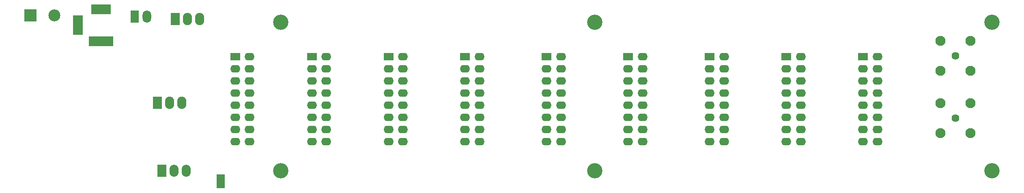
<source format=gbs>
G04 #@! TF.FileFunction,Soldermask,Bot*
%FSLAX46Y46*%
G04 Gerber Fmt 4.6, Leading zero omitted, Abs format (unit mm)*
G04 Created by KiCad (PCBNEW 4.0.2-stable) date 2019-11-04 2:31:50 PM*
%MOMM*%
G01*
G04 APERTURE LIST*
%ADD10C,0.200000*%
%ADD11C,3.200000*%
%ADD12R,2.500000X2.500000*%
%ADD13C,2.500000*%
%ADD14R,1.700000X2.900000*%
%ADD15O,2.100000X1.600000*%
%ADD16R,2.100000X1.600000*%
%ADD17R,4.100000X2.100000*%
%ADD18R,5.100000X2.100000*%
%ADD19R,2.100000X4.100000*%
%ADD20R,1.800000X2.600000*%
%ADD21O,1.800000X2.600000*%
%ADD22C,1.624000*%
%ADD23C,2.100000*%
%ADD24R,1.900000X2.600000*%
%ADD25O,1.900000X2.600000*%
%ADD26R,1.900000X2.500000*%
%ADD27O,1.900000X2.500000*%
G04 APERTURE END LIST*
D10*
D11*
X84000000Y-80960000D03*
X84000000Y-112000000D03*
D12*
X31750000Y-79500000D03*
D13*
X36750000Y-79500000D03*
D11*
X149500000Y-112000000D03*
X149500000Y-80960000D03*
X232410000Y-80960000D03*
X232410000Y-112000000D03*
D14*
X71500000Y-114250000D03*
D15*
X192520000Y-105890000D03*
X189480000Y-105890000D03*
X189480000Y-103350000D03*
X192520000Y-103350000D03*
X192520000Y-100810000D03*
X189480000Y-100810000D03*
X189480000Y-98270000D03*
X192520000Y-98270000D03*
X192520000Y-95730000D03*
X189480000Y-95730000D03*
D16*
X189480000Y-88110000D03*
D15*
X192520000Y-88110000D03*
X189480000Y-90650000D03*
X192520000Y-90650000D03*
X189480000Y-93190000D03*
X192520000Y-93190000D03*
X176520000Y-105890000D03*
X173480000Y-105890000D03*
X173480000Y-103350000D03*
X176520000Y-103350000D03*
X176520000Y-100810000D03*
X173480000Y-100810000D03*
X173480000Y-98270000D03*
X176520000Y-98270000D03*
X176520000Y-95730000D03*
X173480000Y-95730000D03*
D16*
X173480000Y-88110000D03*
D15*
X176520000Y-88110000D03*
X173480000Y-90650000D03*
X176520000Y-90650000D03*
X173480000Y-93190000D03*
X176520000Y-93190000D03*
X159520000Y-105890000D03*
X156480000Y-105890000D03*
X156480000Y-103350000D03*
X159520000Y-103350000D03*
X159520000Y-100810000D03*
X156480000Y-100810000D03*
X156480000Y-98270000D03*
X159520000Y-98270000D03*
X159520000Y-95730000D03*
X156480000Y-95730000D03*
D16*
X156480000Y-88110000D03*
D15*
X159520000Y-88110000D03*
X156480000Y-90650000D03*
X159520000Y-90650000D03*
X156480000Y-93190000D03*
X159520000Y-93190000D03*
X142520000Y-105890000D03*
X139480000Y-105890000D03*
X139480000Y-103350000D03*
X142520000Y-103350000D03*
X142520000Y-100810000D03*
X139480000Y-100810000D03*
X139480000Y-98270000D03*
X142520000Y-98270000D03*
X142520000Y-95730000D03*
X139480000Y-95730000D03*
D16*
X139480000Y-88110000D03*
D15*
X142520000Y-88110000D03*
X139480000Y-90650000D03*
X142520000Y-90650000D03*
X139480000Y-93190000D03*
X142520000Y-93190000D03*
X125520000Y-105890000D03*
X122480000Y-105890000D03*
X122480000Y-103350000D03*
X125520000Y-103350000D03*
X125520000Y-100810000D03*
X122480000Y-100810000D03*
X122480000Y-98270000D03*
X125520000Y-98270000D03*
X125520000Y-95730000D03*
X122480000Y-95730000D03*
D16*
X122480000Y-88110000D03*
D15*
X125520000Y-88110000D03*
X122480000Y-90650000D03*
X125520000Y-90650000D03*
X122480000Y-93190000D03*
X125520000Y-93190000D03*
X109520000Y-105890000D03*
X106480000Y-105890000D03*
X106480000Y-103350000D03*
X109520000Y-103350000D03*
X109520000Y-100810000D03*
X106480000Y-100810000D03*
X106480000Y-98270000D03*
X109520000Y-98270000D03*
X109520000Y-95730000D03*
X106480000Y-95730000D03*
D16*
X106480000Y-88110000D03*
D15*
X109520000Y-88110000D03*
X106480000Y-90650000D03*
X109520000Y-90650000D03*
X106480000Y-93190000D03*
X109520000Y-93190000D03*
X93520000Y-105890000D03*
X90480000Y-105890000D03*
X90480000Y-103350000D03*
X93520000Y-103350000D03*
X93520000Y-100810000D03*
X90480000Y-100810000D03*
X90480000Y-98270000D03*
X93520000Y-98270000D03*
X93520000Y-95730000D03*
X90480000Y-95730000D03*
D16*
X90480000Y-88110000D03*
D15*
X93520000Y-88110000D03*
X90480000Y-90650000D03*
X93520000Y-90650000D03*
X90480000Y-93190000D03*
X93520000Y-93190000D03*
D17*
X46500000Y-78250000D03*
D18*
X46500000Y-84900000D03*
D19*
X41700000Y-81500000D03*
D20*
X53500000Y-79750000D03*
D21*
X56040000Y-79750000D03*
D15*
X77520000Y-105890000D03*
X74480000Y-105890000D03*
X74480000Y-103350000D03*
X77520000Y-103350000D03*
X77520000Y-100810000D03*
X74480000Y-100810000D03*
X74480000Y-98270000D03*
X77520000Y-98270000D03*
X77520000Y-95730000D03*
X74480000Y-95730000D03*
D16*
X74480000Y-88110000D03*
D15*
X77520000Y-88110000D03*
X74480000Y-90650000D03*
X77520000Y-90650000D03*
X74480000Y-93190000D03*
X77520000Y-93190000D03*
X208520000Y-105890000D03*
X205480000Y-105890000D03*
X205480000Y-103350000D03*
X208520000Y-103350000D03*
X208520000Y-100810000D03*
X205480000Y-100810000D03*
X205480000Y-98270000D03*
X208520000Y-98270000D03*
X208520000Y-95730000D03*
X205480000Y-95730000D03*
D16*
X205480000Y-88110000D03*
D15*
X208520000Y-88110000D03*
X205480000Y-90650000D03*
X208520000Y-90650000D03*
X205480000Y-93190000D03*
X208520000Y-93190000D03*
D22*
X224800000Y-101000000D03*
D23*
X221670000Y-97870000D03*
X221670000Y-104130000D03*
X227930000Y-104130000D03*
X227930000Y-97870000D03*
D22*
X224800000Y-88000000D03*
D23*
X221670000Y-84870000D03*
X221670000Y-91130000D03*
X227930000Y-91130000D03*
X227930000Y-84870000D03*
D24*
X62000000Y-80250000D03*
D25*
X64540000Y-80250000D03*
X67080000Y-80250000D03*
D24*
X58250000Y-97750000D03*
D25*
X60790000Y-97750000D03*
X63330000Y-97750000D03*
D26*
X59210000Y-111980000D03*
D27*
X61750000Y-111980000D03*
X64290000Y-112030000D03*
M02*

</source>
